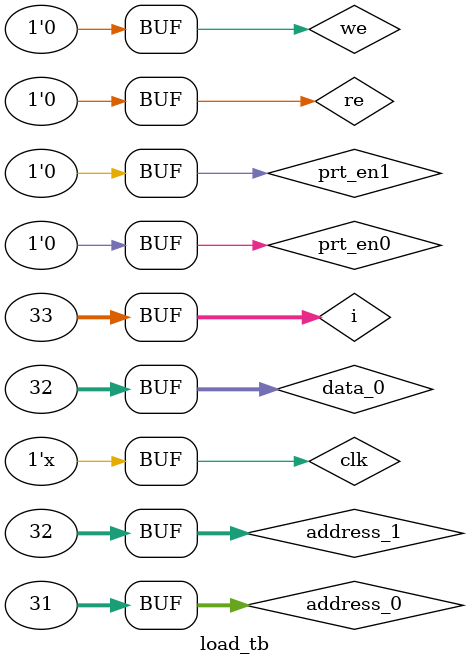
<source format=v>
`timescale 1ns / 1ps


module ram1(
    we,
    re,
    clk,
    prt_en1,
    prt_en0,
    data_0,
    address_0,
    data_1,
    address_1
    //data_out0,

    );

    input we;
    input re;
    input clk;
    input prt_en1;
    input prt_en0;
    input [31:0] data_0;
    input [4:0] address_0;
    output [31:0] data_1;
    input [4:0] address_1;
    //reg [31:0] data_out0;
    
   
   
 parameter RAM_DEPTH = 1 << 8;
 
 
 //reg [31:0] data_out;
 reg [31:0] mem [RAM_DEPTH-1:0];
 
 //write is enabled
 always @ (posedge clk)
 begin 
    if (prt_en0==1 && we==1) 
        mem[address_0] <= data_0;
 end

//buffer state
 //assign data = (oe &&  ! we) ? data_out : 8'bz; 
 
 
 //read
assign data_1=(prt_en1 && re)?mem[address_1]:31'bz;
 
 
 endmodule
 
 module load_tb;
    reg we;
    reg re;
    reg clk;
    reg prt_en1;
    reg prt_en0;
    reg [31:0]data_0;
    reg [31:0] address_0;
    wire [31:0] data_1;
    reg [31:0]address_1;
    
    integer i;
    
  ram1 load_inst(
        we,
        re,
        clk,
        prt_en1,
        prt_en0,
        data_0,
        address_0,
        data_1,
        address_1
        //data_out0
    );
  always
  #5 clk = ~clk;
       
 initial
 begin
    clk=0;
    we=0;
    re=0;
    prt_en0 = 0;
    prt_en1 = 0;
    address_1=1;
    //write fun
    #10;
    prt_en0=1;
    we=1;
    for(i=1;i<=32;i=i+1)begin
        data_0=i;
        address_0=i-1;
        #10;
        end
    prt_en0=0;
    we=0;
    #20;
    //read the data
    prt_en1 = 1;
    re=1;
    for(i=1;i<=32;i=i+1)begin
        address_1=i;
        #10;
        end
     prt_en1 = 0;
     re=0;
 end
endmodule
 
 
 
      
    


 


</source>
